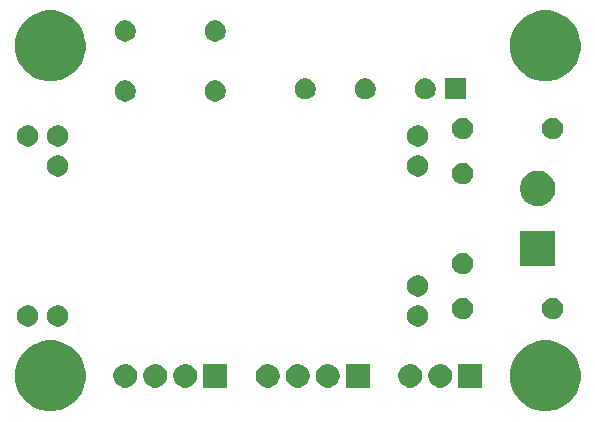
<source format=gbr>
G04 #@! TF.GenerationSoftware,KiCad,Pcbnew,(5.0.1-3-g963ef8bb5)*
G04 #@! TF.CreationDate,2019-06-08T18:57:16-07:00*
G04 #@! TF.ProjectId,board,626F6172642E6B696361645F70636200,rev?*
G04 #@! TF.SameCoordinates,Original*
G04 #@! TF.FileFunction,Soldermask,Bot*
G04 #@! TF.FilePolarity,Negative*
%FSLAX46Y46*%
G04 Gerber Fmt 4.6, Leading zero omitted, Abs format (unit mm)*
G04 Created by KiCad (PCBNEW (5.0.1-3-g963ef8bb5)) date Saturday, June 08, 2019 at 06:57:16 PM*
%MOMM*%
%LPD*%
G01*
G04 APERTURE LIST*
%ADD10C,0.100000*%
G04 APERTURE END LIST*
D10*
G36*
X155621870Y-102486859D02*
X155815068Y-102525288D01*
X156361033Y-102751434D01*
X156849077Y-103077535D01*
X156852392Y-103079750D01*
X157270250Y-103497608D01*
X157270252Y-103497611D01*
X157598566Y-103988967D01*
X157824712Y-104534932D01*
X157940000Y-105114526D01*
X157940000Y-105705474D01*
X157824712Y-106285068D01*
X157598566Y-106831033D01*
X157272465Y-107319077D01*
X157270250Y-107322392D01*
X156852392Y-107740250D01*
X156852389Y-107740252D01*
X156361033Y-108068566D01*
X155815068Y-108294712D01*
X155621870Y-108333141D01*
X155235476Y-108410000D01*
X154644524Y-108410000D01*
X154258130Y-108333141D01*
X154064932Y-108294712D01*
X153518967Y-108068566D01*
X153027611Y-107740252D01*
X153027608Y-107740250D01*
X152609750Y-107322392D01*
X152607535Y-107319077D01*
X152281434Y-106831033D01*
X152055288Y-106285068D01*
X151940000Y-105705474D01*
X151940000Y-105114526D01*
X152055288Y-104534932D01*
X152281434Y-103988967D01*
X152609748Y-103497611D01*
X152609750Y-103497608D01*
X153027608Y-103079750D01*
X153030923Y-103077535D01*
X153518967Y-102751434D01*
X154064932Y-102525288D01*
X154258130Y-102486859D01*
X154644524Y-102410000D01*
X155235476Y-102410000D01*
X155621870Y-102486859D01*
X155621870Y-102486859D01*
G37*
G36*
X113711870Y-102486859D02*
X113905068Y-102525288D01*
X114451033Y-102751434D01*
X114939077Y-103077535D01*
X114942392Y-103079750D01*
X115360250Y-103497608D01*
X115360252Y-103497611D01*
X115688566Y-103988967D01*
X115914712Y-104534932D01*
X116030000Y-105114526D01*
X116030000Y-105705474D01*
X115914712Y-106285068D01*
X115688566Y-106831033D01*
X115362465Y-107319077D01*
X115360250Y-107322392D01*
X114942392Y-107740250D01*
X114942389Y-107740252D01*
X114451033Y-108068566D01*
X113905068Y-108294712D01*
X113711870Y-108333141D01*
X113325476Y-108410000D01*
X112734524Y-108410000D01*
X112348130Y-108333141D01*
X112154932Y-108294712D01*
X111608967Y-108068566D01*
X111117611Y-107740252D01*
X111117608Y-107740250D01*
X110699750Y-107322392D01*
X110697535Y-107319077D01*
X110371434Y-106831033D01*
X110145288Y-106285068D01*
X110030000Y-105705474D01*
X110030000Y-105114526D01*
X110145288Y-104534932D01*
X110371434Y-103988967D01*
X110699748Y-103497611D01*
X110699750Y-103497608D01*
X111117608Y-103079750D01*
X111120923Y-103077535D01*
X111608967Y-102751434D01*
X112154932Y-102525288D01*
X112348130Y-102486859D01*
X112734524Y-102410000D01*
X113325476Y-102410000D01*
X113711870Y-102486859D01*
X113711870Y-102486859D01*
G37*
G36*
X143685770Y-104425372D02*
X143801689Y-104448429D01*
X143983678Y-104523811D01*
X144147463Y-104633249D01*
X144286751Y-104772537D01*
X144396189Y-104936322D01*
X144471571Y-105118311D01*
X144510000Y-105311509D01*
X144510000Y-105508491D01*
X144471571Y-105701689D01*
X144396189Y-105883678D01*
X144286751Y-106047463D01*
X144147463Y-106186751D01*
X143983678Y-106296189D01*
X143801689Y-106371571D01*
X143685770Y-106394628D01*
X143608493Y-106410000D01*
X143411507Y-106410000D01*
X143334230Y-106394628D01*
X143218311Y-106371571D01*
X143036322Y-106296189D01*
X142872537Y-106186751D01*
X142733249Y-106047463D01*
X142623811Y-105883678D01*
X142548429Y-105701689D01*
X142510000Y-105508491D01*
X142510000Y-105311509D01*
X142548429Y-105118311D01*
X142623811Y-104936322D01*
X142733249Y-104772537D01*
X142872537Y-104633249D01*
X143036322Y-104523811D01*
X143218311Y-104448429D01*
X143334230Y-104425372D01*
X143411507Y-104410000D01*
X143608493Y-104410000D01*
X143685770Y-104425372D01*
X143685770Y-104425372D01*
G37*
G36*
X140065000Y-106410000D02*
X138065000Y-106410000D01*
X138065000Y-104410000D01*
X140065000Y-104410000D01*
X140065000Y-106410000D01*
X140065000Y-106410000D01*
G37*
G36*
X136700770Y-104425372D02*
X136816689Y-104448429D01*
X136998678Y-104523811D01*
X137162463Y-104633249D01*
X137301751Y-104772537D01*
X137411189Y-104936322D01*
X137486571Y-105118311D01*
X137525000Y-105311509D01*
X137525000Y-105508491D01*
X137486571Y-105701689D01*
X137411189Y-105883678D01*
X137301751Y-106047463D01*
X137162463Y-106186751D01*
X136998678Y-106296189D01*
X136816689Y-106371571D01*
X136700770Y-106394628D01*
X136623493Y-106410000D01*
X136426507Y-106410000D01*
X136349230Y-106394628D01*
X136233311Y-106371571D01*
X136051322Y-106296189D01*
X135887537Y-106186751D01*
X135748249Y-106047463D01*
X135638811Y-105883678D01*
X135563429Y-105701689D01*
X135525000Y-105508491D01*
X135525000Y-105311509D01*
X135563429Y-105118311D01*
X135638811Y-104936322D01*
X135748249Y-104772537D01*
X135887537Y-104633249D01*
X136051322Y-104523811D01*
X136233311Y-104448429D01*
X136349230Y-104425372D01*
X136426507Y-104410000D01*
X136623493Y-104410000D01*
X136700770Y-104425372D01*
X136700770Y-104425372D01*
G37*
G36*
X134160770Y-104425372D02*
X134276689Y-104448429D01*
X134458678Y-104523811D01*
X134622463Y-104633249D01*
X134761751Y-104772537D01*
X134871189Y-104936322D01*
X134946571Y-105118311D01*
X134985000Y-105311509D01*
X134985000Y-105508491D01*
X134946571Y-105701689D01*
X134871189Y-105883678D01*
X134761751Y-106047463D01*
X134622463Y-106186751D01*
X134458678Y-106296189D01*
X134276689Y-106371571D01*
X134160770Y-106394628D01*
X134083493Y-106410000D01*
X133886507Y-106410000D01*
X133809230Y-106394628D01*
X133693311Y-106371571D01*
X133511322Y-106296189D01*
X133347537Y-106186751D01*
X133208249Y-106047463D01*
X133098811Y-105883678D01*
X133023429Y-105701689D01*
X132985000Y-105508491D01*
X132985000Y-105311509D01*
X133023429Y-105118311D01*
X133098811Y-104936322D01*
X133208249Y-104772537D01*
X133347537Y-104633249D01*
X133511322Y-104523811D01*
X133693311Y-104448429D01*
X133809230Y-104425372D01*
X133886507Y-104410000D01*
X134083493Y-104410000D01*
X134160770Y-104425372D01*
X134160770Y-104425372D01*
G37*
G36*
X131620770Y-104425372D02*
X131736689Y-104448429D01*
X131918678Y-104523811D01*
X132082463Y-104633249D01*
X132221751Y-104772537D01*
X132331189Y-104936322D01*
X132406571Y-105118311D01*
X132445000Y-105311509D01*
X132445000Y-105508491D01*
X132406571Y-105701689D01*
X132331189Y-105883678D01*
X132221751Y-106047463D01*
X132082463Y-106186751D01*
X131918678Y-106296189D01*
X131736689Y-106371571D01*
X131620770Y-106394628D01*
X131543493Y-106410000D01*
X131346507Y-106410000D01*
X131269230Y-106394628D01*
X131153311Y-106371571D01*
X130971322Y-106296189D01*
X130807537Y-106186751D01*
X130668249Y-106047463D01*
X130558811Y-105883678D01*
X130483429Y-105701689D01*
X130445000Y-105508491D01*
X130445000Y-105311509D01*
X130483429Y-105118311D01*
X130558811Y-104936322D01*
X130668249Y-104772537D01*
X130807537Y-104633249D01*
X130971322Y-104523811D01*
X131153311Y-104448429D01*
X131269230Y-104425372D01*
X131346507Y-104410000D01*
X131543493Y-104410000D01*
X131620770Y-104425372D01*
X131620770Y-104425372D01*
G37*
G36*
X128000000Y-106410000D02*
X126000000Y-106410000D01*
X126000000Y-104410000D01*
X128000000Y-104410000D01*
X128000000Y-106410000D01*
X128000000Y-106410000D01*
G37*
G36*
X124635770Y-104425372D02*
X124751689Y-104448429D01*
X124933678Y-104523811D01*
X125097463Y-104633249D01*
X125236751Y-104772537D01*
X125346189Y-104936322D01*
X125421571Y-105118311D01*
X125460000Y-105311509D01*
X125460000Y-105508491D01*
X125421571Y-105701689D01*
X125346189Y-105883678D01*
X125236751Y-106047463D01*
X125097463Y-106186751D01*
X124933678Y-106296189D01*
X124751689Y-106371571D01*
X124635770Y-106394628D01*
X124558493Y-106410000D01*
X124361507Y-106410000D01*
X124284230Y-106394628D01*
X124168311Y-106371571D01*
X123986322Y-106296189D01*
X123822537Y-106186751D01*
X123683249Y-106047463D01*
X123573811Y-105883678D01*
X123498429Y-105701689D01*
X123460000Y-105508491D01*
X123460000Y-105311509D01*
X123498429Y-105118311D01*
X123573811Y-104936322D01*
X123683249Y-104772537D01*
X123822537Y-104633249D01*
X123986322Y-104523811D01*
X124168311Y-104448429D01*
X124284230Y-104425372D01*
X124361507Y-104410000D01*
X124558493Y-104410000D01*
X124635770Y-104425372D01*
X124635770Y-104425372D01*
G37*
G36*
X122095770Y-104425372D02*
X122211689Y-104448429D01*
X122393678Y-104523811D01*
X122557463Y-104633249D01*
X122696751Y-104772537D01*
X122806189Y-104936322D01*
X122881571Y-105118311D01*
X122920000Y-105311509D01*
X122920000Y-105508491D01*
X122881571Y-105701689D01*
X122806189Y-105883678D01*
X122696751Y-106047463D01*
X122557463Y-106186751D01*
X122393678Y-106296189D01*
X122211689Y-106371571D01*
X122095770Y-106394628D01*
X122018493Y-106410000D01*
X121821507Y-106410000D01*
X121744230Y-106394628D01*
X121628311Y-106371571D01*
X121446322Y-106296189D01*
X121282537Y-106186751D01*
X121143249Y-106047463D01*
X121033811Y-105883678D01*
X120958429Y-105701689D01*
X120920000Y-105508491D01*
X120920000Y-105311509D01*
X120958429Y-105118311D01*
X121033811Y-104936322D01*
X121143249Y-104772537D01*
X121282537Y-104633249D01*
X121446322Y-104523811D01*
X121628311Y-104448429D01*
X121744230Y-104425372D01*
X121821507Y-104410000D01*
X122018493Y-104410000D01*
X122095770Y-104425372D01*
X122095770Y-104425372D01*
G37*
G36*
X119555770Y-104425372D02*
X119671689Y-104448429D01*
X119853678Y-104523811D01*
X120017463Y-104633249D01*
X120156751Y-104772537D01*
X120266189Y-104936322D01*
X120341571Y-105118311D01*
X120380000Y-105311509D01*
X120380000Y-105508491D01*
X120341571Y-105701689D01*
X120266189Y-105883678D01*
X120156751Y-106047463D01*
X120017463Y-106186751D01*
X119853678Y-106296189D01*
X119671689Y-106371571D01*
X119555770Y-106394628D01*
X119478493Y-106410000D01*
X119281507Y-106410000D01*
X119204230Y-106394628D01*
X119088311Y-106371571D01*
X118906322Y-106296189D01*
X118742537Y-106186751D01*
X118603249Y-106047463D01*
X118493811Y-105883678D01*
X118418429Y-105701689D01*
X118380000Y-105508491D01*
X118380000Y-105311509D01*
X118418429Y-105118311D01*
X118493811Y-104936322D01*
X118603249Y-104772537D01*
X118742537Y-104633249D01*
X118906322Y-104523811D01*
X119088311Y-104448429D01*
X119204230Y-104425372D01*
X119281507Y-104410000D01*
X119478493Y-104410000D01*
X119555770Y-104425372D01*
X119555770Y-104425372D01*
G37*
G36*
X146225770Y-104425372D02*
X146341689Y-104448429D01*
X146523678Y-104523811D01*
X146687463Y-104633249D01*
X146826751Y-104772537D01*
X146936189Y-104936322D01*
X147011571Y-105118311D01*
X147050000Y-105311509D01*
X147050000Y-105508491D01*
X147011571Y-105701689D01*
X146936189Y-105883678D01*
X146826751Y-106047463D01*
X146687463Y-106186751D01*
X146523678Y-106296189D01*
X146341689Y-106371571D01*
X146225770Y-106394628D01*
X146148493Y-106410000D01*
X145951507Y-106410000D01*
X145874230Y-106394628D01*
X145758311Y-106371571D01*
X145576322Y-106296189D01*
X145412537Y-106186751D01*
X145273249Y-106047463D01*
X145163811Y-105883678D01*
X145088429Y-105701689D01*
X145050000Y-105508491D01*
X145050000Y-105311509D01*
X145088429Y-105118311D01*
X145163811Y-104936322D01*
X145273249Y-104772537D01*
X145412537Y-104633249D01*
X145576322Y-104523811D01*
X145758311Y-104448429D01*
X145874230Y-104425372D01*
X145951507Y-104410000D01*
X146148493Y-104410000D01*
X146225770Y-104425372D01*
X146225770Y-104425372D01*
G37*
G36*
X149590000Y-106410000D02*
X147590000Y-106410000D01*
X147590000Y-104410000D01*
X149590000Y-104410000D01*
X149590000Y-106410000D01*
X149590000Y-106410000D01*
G37*
G36*
X111387521Y-99464586D02*
X111551309Y-99532429D01*
X111698720Y-99630926D01*
X111824074Y-99756280D01*
X111922571Y-99903691D01*
X111990414Y-100067479D01*
X112025000Y-100241356D01*
X112025000Y-100418644D01*
X111990414Y-100592521D01*
X111922571Y-100756309D01*
X111824074Y-100903720D01*
X111698720Y-101029074D01*
X111551309Y-101127571D01*
X111387521Y-101195414D01*
X111213644Y-101230000D01*
X111036356Y-101230000D01*
X110862479Y-101195414D01*
X110698691Y-101127571D01*
X110551280Y-101029074D01*
X110425926Y-100903720D01*
X110327429Y-100756309D01*
X110259586Y-100592521D01*
X110225000Y-100418644D01*
X110225000Y-100241356D01*
X110259586Y-100067479D01*
X110327429Y-99903691D01*
X110425926Y-99756280D01*
X110551280Y-99630926D01*
X110698691Y-99532429D01*
X110862479Y-99464586D01*
X111036356Y-99430000D01*
X111213644Y-99430000D01*
X111387521Y-99464586D01*
X111387521Y-99464586D01*
G37*
G36*
X144407521Y-99464586D02*
X144571309Y-99532429D01*
X144718720Y-99630926D01*
X144844074Y-99756280D01*
X144942571Y-99903691D01*
X145010414Y-100067479D01*
X145045000Y-100241356D01*
X145045000Y-100418644D01*
X145010414Y-100592521D01*
X144942571Y-100756309D01*
X144844074Y-100903720D01*
X144718720Y-101029074D01*
X144571309Y-101127571D01*
X144407521Y-101195414D01*
X144233644Y-101230000D01*
X144056356Y-101230000D01*
X143882479Y-101195414D01*
X143718691Y-101127571D01*
X143571280Y-101029074D01*
X143445926Y-100903720D01*
X143347429Y-100756309D01*
X143279586Y-100592521D01*
X143245000Y-100418644D01*
X143245000Y-100241356D01*
X143279586Y-100067479D01*
X143347429Y-99903691D01*
X143445926Y-99756280D01*
X143571280Y-99630926D01*
X143718691Y-99532429D01*
X143882479Y-99464586D01*
X144056356Y-99430000D01*
X144233644Y-99430000D01*
X144407521Y-99464586D01*
X144407521Y-99464586D01*
G37*
G36*
X113927521Y-99464586D02*
X114091309Y-99532429D01*
X114238720Y-99630926D01*
X114364074Y-99756280D01*
X114462571Y-99903691D01*
X114530414Y-100067479D01*
X114565000Y-100241356D01*
X114565000Y-100418644D01*
X114530414Y-100592521D01*
X114462571Y-100756309D01*
X114364074Y-100903720D01*
X114238720Y-101029074D01*
X114091309Y-101127571D01*
X113927521Y-101195414D01*
X113753644Y-101230000D01*
X113576356Y-101230000D01*
X113402479Y-101195414D01*
X113238691Y-101127571D01*
X113091280Y-101029074D01*
X112965926Y-100903720D01*
X112867429Y-100756309D01*
X112799586Y-100592521D01*
X112765000Y-100418644D01*
X112765000Y-100241356D01*
X112799586Y-100067479D01*
X112867429Y-99903691D01*
X112965926Y-99756280D01*
X113091280Y-99630926D01*
X113238691Y-99532429D01*
X113402479Y-99464586D01*
X113576356Y-99430000D01*
X113753644Y-99430000D01*
X113927521Y-99464586D01*
X113927521Y-99464586D01*
G37*
G36*
X155837521Y-98829586D02*
X156001309Y-98897429D01*
X156148720Y-98995926D01*
X156274074Y-99121280D01*
X156372571Y-99268691D01*
X156440414Y-99432479D01*
X156475000Y-99606356D01*
X156475000Y-99783644D01*
X156440414Y-99957521D01*
X156372571Y-100121309D01*
X156274074Y-100268720D01*
X156148720Y-100394074D01*
X156001309Y-100492571D01*
X155837521Y-100560414D01*
X155663644Y-100595000D01*
X155486356Y-100595000D01*
X155312479Y-100560414D01*
X155148691Y-100492571D01*
X155001280Y-100394074D01*
X154875926Y-100268720D01*
X154777429Y-100121309D01*
X154709586Y-99957521D01*
X154675000Y-99783644D01*
X154675000Y-99606356D01*
X154709586Y-99432479D01*
X154777429Y-99268691D01*
X154875926Y-99121280D01*
X155001280Y-98995926D01*
X155148691Y-98897429D01*
X155312479Y-98829586D01*
X155486356Y-98795000D01*
X155663644Y-98795000D01*
X155837521Y-98829586D01*
X155837521Y-98829586D01*
G37*
G36*
X148217521Y-98829586D02*
X148381309Y-98897429D01*
X148528720Y-98995926D01*
X148654074Y-99121280D01*
X148752571Y-99268691D01*
X148820414Y-99432479D01*
X148855000Y-99606356D01*
X148855000Y-99783644D01*
X148820414Y-99957521D01*
X148752571Y-100121309D01*
X148654074Y-100268720D01*
X148528720Y-100394074D01*
X148381309Y-100492571D01*
X148217521Y-100560414D01*
X148043644Y-100595000D01*
X147866356Y-100595000D01*
X147692479Y-100560414D01*
X147528691Y-100492571D01*
X147381280Y-100394074D01*
X147255926Y-100268720D01*
X147157429Y-100121309D01*
X147089586Y-99957521D01*
X147055000Y-99783644D01*
X147055000Y-99606356D01*
X147089586Y-99432479D01*
X147157429Y-99268691D01*
X147255926Y-99121280D01*
X147381280Y-98995926D01*
X147528691Y-98897429D01*
X147692479Y-98829586D01*
X147866356Y-98795000D01*
X148043644Y-98795000D01*
X148217521Y-98829586D01*
X148217521Y-98829586D01*
G37*
G36*
X144407521Y-96924586D02*
X144571309Y-96992429D01*
X144718720Y-97090926D01*
X144844074Y-97216280D01*
X144942571Y-97363691D01*
X145010414Y-97527479D01*
X145045000Y-97701356D01*
X145045000Y-97878644D01*
X145010414Y-98052521D01*
X144942571Y-98216309D01*
X144844074Y-98363720D01*
X144718720Y-98489074D01*
X144571309Y-98587571D01*
X144407521Y-98655414D01*
X144233644Y-98690000D01*
X144056356Y-98690000D01*
X143882479Y-98655414D01*
X143718691Y-98587571D01*
X143571280Y-98489074D01*
X143445926Y-98363720D01*
X143347429Y-98216309D01*
X143279586Y-98052521D01*
X143245000Y-97878644D01*
X143245000Y-97701356D01*
X143279586Y-97527479D01*
X143347429Y-97363691D01*
X143445926Y-97216280D01*
X143571280Y-97090926D01*
X143718691Y-96992429D01*
X143882479Y-96924586D01*
X144056356Y-96890000D01*
X144233644Y-96890000D01*
X144407521Y-96924586D01*
X144407521Y-96924586D01*
G37*
G36*
X148217521Y-95019586D02*
X148381309Y-95087429D01*
X148528720Y-95185926D01*
X148654074Y-95311280D01*
X148752571Y-95458691D01*
X148820414Y-95622479D01*
X148855000Y-95796356D01*
X148855000Y-95973644D01*
X148820414Y-96147521D01*
X148752571Y-96311309D01*
X148654074Y-96458720D01*
X148528720Y-96584074D01*
X148381309Y-96682571D01*
X148217521Y-96750414D01*
X148043644Y-96785000D01*
X147866356Y-96785000D01*
X147692479Y-96750414D01*
X147528691Y-96682571D01*
X147381280Y-96584074D01*
X147255926Y-96458720D01*
X147157429Y-96311309D01*
X147089586Y-96147521D01*
X147055000Y-95973644D01*
X147055000Y-95796356D01*
X147089586Y-95622479D01*
X147157429Y-95458691D01*
X147255926Y-95311280D01*
X147381280Y-95185926D01*
X147528691Y-95087429D01*
X147692479Y-95019586D01*
X147866356Y-94985000D01*
X148043644Y-94985000D01*
X148217521Y-95019586D01*
X148217521Y-95019586D01*
G37*
G36*
X155805000Y-96115000D02*
X152805000Y-96115000D01*
X152805000Y-93115000D01*
X155805000Y-93115000D01*
X155805000Y-96115000D01*
X155805000Y-96115000D01*
G37*
G36*
X154645935Y-88073429D02*
X154742534Y-88092644D01*
X155015517Y-88205717D01*
X155200133Y-88329074D01*
X155261197Y-88369876D01*
X155470124Y-88578803D01*
X155470126Y-88578806D01*
X155634283Y-88824483D01*
X155732902Y-89062570D01*
X155747356Y-89097467D01*
X155805000Y-89387261D01*
X155805000Y-89682739D01*
X155747356Y-89972533D01*
X155634284Y-90245515D01*
X155470124Y-90491197D01*
X155261197Y-90700124D01*
X155261194Y-90700126D01*
X155015517Y-90864283D01*
X154742534Y-90977356D01*
X154645935Y-90996571D01*
X154452739Y-91035000D01*
X154157261Y-91035000D01*
X153964065Y-90996571D01*
X153867466Y-90977356D01*
X153594483Y-90864283D01*
X153348806Y-90700126D01*
X153348803Y-90700124D01*
X153139876Y-90491197D01*
X152975716Y-90245515D01*
X152862644Y-89972533D01*
X152805000Y-89682739D01*
X152805000Y-89387261D01*
X152862644Y-89097467D01*
X152877099Y-89062570D01*
X152975717Y-88824483D01*
X153139874Y-88578806D01*
X153139876Y-88578803D01*
X153348803Y-88369876D01*
X153409867Y-88329074D01*
X153594483Y-88205717D01*
X153867466Y-88092644D01*
X153964065Y-88073429D01*
X154157261Y-88035000D01*
X154452739Y-88035000D01*
X154645935Y-88073429D01*
X154645935Y-88073429D01*
G37*
G36*
X148217521Y-87399586D02*
X148381309Y-87467429D01*
X148528720Y-87565926D01*
X148654074Y-87691280D01*
X148752571Y-87838691D01*
X148820414Y-88002479D01*
X148855000Y-88176356D01*
X148855000Y-88353644D01*
X148820414Y-88527521D01*
X148752571Y-88691309D01*
X148654074Y-88838720D01*
X148528720Y-88964074D01*
X148381309Y-89062571D01*
X148217521Y-89130414D01*
X148043644Y-89165000D01*
X147866356Y-89165000D01*
X147692479Y-89130414D01*
X147528691Y-89062571D01*
X147381280Y-88964074D01*
X147255926Y-88838720D01*
X147157429Y-88691309D01*
X147089586Y-88527521D01*
X147055000Y-88353644D01*
X147055000Y-88176356D01*
X147089586Y-88002479D01*
X147157429Y-87838691D01*
X147255926Y-87691280D01*
X147381280Y-87565926D01*
X147528691Y-87467429D01*
X147692479Y-87399586D01*
X147866356Y-87365000D01*
X148043644Y-87365000D01*
X148217521Y-87399586D01*
X148217521Y-87399586D01*
G37*
G36*
X113927521Y-86764586D02*
X114091309Y-86832429D01*
X114238720Y-86930926D01*
X114364074Y-87056280D01*
X114462571Y-87203691D01*
X114530414Y-87367479D01*
X114565000Y-87541356D01*
X114565000Y-87718644D01*
X114530414Y-87892521D01*
X114462571Y-88056309D01*
X114364074Y-88203720D01*
X114238720Y-88329074D01*
X114091309Y-88427571D01*
X113927521Y-88495414D01*
X113753644Y-88530000D01*
X113576356Y-88530000D01*
X113402479Y-88495414D01*
X113238691Y-88427571D01*
X113091280Y-88329074D01*
X112965926Y-88203720D01*
X112867429Y-88056309D01*
X112799586Y-87892521D01*
X112765000Y-87718644D01*
X112765000Y-87541356D01*
X112799586Y-87367479D01*
X112867429Y-87203691D01*
X112965926Y-87056280D01*
X113091280Y-86930926D01*
X113238691Y-86832429D01*
X113402479Y-86764586D01*
X113576356Y-86730000D01*
X113753644Y-86730000D01*
X113927521Y-86764586D01*
X113927521Y-86764586D01*
G37*
G36*
X144407521Y-86764586D02*
X144571309Y-86832429D01*
X144718720Y-86930926D01*
X144844074Y-87056280D01*
X144942571Y-87203691D01*
X145010414Y-87367479D01*
X145045000Y-87541356D01*
X145045000Y-87718644D01*
X145010414Y-87892521D01*
X144942571Y-88056309D01*
X144844074Y-88203720D01*
X144718720Y-88329074D01*
X144571309Y-88427571D01*
X144407521Y-88495414D01*
X144233644Y-88530000D01*
X144056356Y-88530000D01*
X143882479Y-88495414D01*
X143718691Y-88427571D01*
X143571280Y-88329074D01*
X143445926Y-88203720D01*
X143347429Y-88056309D01*
X143279586Y-87892521D01*
X143245000Y-87718644D01*
X143245000Y-87541356D01*
X143279586Y-87367479D01*
X143347429Y-87203691D01*
X143445926Y-87056280D01*
X143571280Y-86930926D01*
X143718691Y-86832429D01*
X143882479Y-86764586D01*
X144056356Y-86730000D01*
X144233644Y-86730000D01*
X144407521Y-86764586D01*
X144407521Y-86764586D01*
G37*
G36*
X111387521Y-84224586D02*
X111551309Y-84292429D01*
X111698720Y-84390926D01*
X111824074Y-84516280D01*
X111922571Y-84663691D01*
X111990414Y-84827479D01*
X112025000Y-85001356D01*
X112025000Y-85178644D01*
X111990414Y-85352521D01*
X111922571Y-85516309D01*
X111824074Y-85663720D01*
X111698720Y-85789074D01*
X111551309Y-85887571D01*
X111387521Y-85955414D01*
X111213644Y-85990000D01*
X111036356Y-85990000D01*
X110862479Y-85955414D01*
X110698691Y-85887571D01*
X110551280Y-85789074D01*
X110425926Y-85663720D01*
X110327429Y-85516309D01*
X110259586Y-85352521D01*
X110225000Y-85178644D01*
X110225000Y-85001356D01*
X110259586Y-84827479D01*
X110327429Y-84663691D01*
X110425926Y-84516280D01*
X110551280Y-84390926D01*
X110698691Y-84292429D01*
X110862479Y-84224586D01*
X111036356Y-84190000D01*
X111213644Y-84190000D01*
X111387521Y-84224586D01*
X111387521Y-84224586D01*
G37*
G36*
X113927521Y-84224586D02*
X114091309Y-84292429D01*
X114238720Y-84390926D01*
X114364074Y-84516280D01*
X114462571Y-84663691D01*
X114530414Y-84827479D01*
X114565000Y-85001356D01*
X114565000Y-85178644D01*
X114530414Y-85352521D01*
X114462571Y-85516309D01*
X114364074Y-85663720D01*
X114238720Y-85789074D01*
X114091309Y-85887571D01*
X113927521Y-85955414D01*
X113753644Y-85990000D01*
X113576356Y-85990000D01*
X113402479Y-85955414D01*
X113238691Y-85887571D01*
X113091280Y-85789074D01*
X112965926Y-85663720D01*
X112867429Y-85516309D01*
X112799586Y-85352521D01*
X112765000Y-85178644D01*
X112765000Y-85001356D01*
X112799586Y-84827479D01*
X112867429Y-84663691D01*
X112965926Y-84516280D01*
X113091280Y-84390926D01*
X113238691Y-84292429D01*
X113402479Y-84224586D01*
X113576356Y-84190000D01*
X113753644Y-84190000D01*
X113927521Y-84224586D01*
X113927521Y-84224586D01*
G37*
G36*
X144407521Y-84224586D02*
X144571309Y-84292429D01*
X144718720Y-84390926D01*
X144844074Y-84516280D01*
X144942571Y-84663691D01*
X145010414Y-84827479D01*
X145045000Y-85001356D01*
X145045000Y-85178644D01*
X145010414Y-85352521D01*
X144942571Y-85516309D01*
X144844074Y-85663720D01*
X144718720Y-85789074D01*
X144571309Y-85887571D01*
X144407521Y-85955414D01*
X144233644Y-85990000D01*
X144056356Y-85990000D01*
X143882479Y-85955414D01*
X143718691Y-85887571D01*
X143571280Y-85789074D01*
X143445926Y-85663720D01*
X143347429Y-85516309D01*
X143279586Y-85352521D01*
X143245000Y-85178644D01*
X143245000Y-85001356D01*
X143279586Y-84827479D01*
X143347429Y-84663691D01*
X143445926Y-84516280D01*
X143571280Y-84390926D01*
X143718691Y-84292429D01*
X143882479Y-84224586D01*
X144056356Y-84190000D01*
X144233644Y-84190000D01*
X144407521Y-84224586D01*
X144407521Y-84224586D01*
G37*
G36*
X148217521Y-83589586D02*
X148381309Y-83657429D01*
X148528720Y-83755926D01*
X148654074Y-83881280D01*
X148752571Y-84028691D01*
X148820414Y-84192479D01*
X148855000Y-84366356D01*
X148855000Y-84543644D01*
X148820414Y-84717521D01*
X148752571Y-84881309D01*
X148654074Y-85028720D01*
X148528720Y-85154074D01*
X148381309Y-85252571D01*
X148217521Y-85320414D01*
X148043644Y-85355000D01*
X147866356Y-85355000D01*
X147692479Y-85320414D01*
X147528691Y-85252571D01*
X147381280Y-85154074D01*
X147255926Y-85028720D01*
X147157429Y-84881309D01*
X147089586Y-84717521D01*
X147055000Y-84543644D01*
X147055000Y-84366356D01*
X147089586Y-84192479D01*
X147157429Y-84028691D01*
X147255926Y-83881280D01*
X147381280Y-83755926D01*
X147528691Y-83657429D01*
X147692479Y-83589586D01*
X147866356Y-83555000D01*
X148043644Y-83555000D01*
X148217521Y-83589586D01*
X148217521Y-83589586D01*
G37*
G36*
X155837521Y-83589586D02*
X156001309Y-83657429D01*
X156148720Y-83755926D01*
X156274074Y-83881280D01*
X156372571Y-84028691D01*
X156440414Y-84192479D01*
X156475000Y-84366356D01*
X156475000Y-84543644D01*
X156440414Y-84717521D01*
X156372571Y-84881309D01*
X156274074Y-85028720D01*
X156148720Y-85154074D01*
X156001309Y-85252571D01*
X155837521Y-85320414D01*
X155663644Y-85355000D01*
X155486356Y-85355000D01*
X155312479Y-85320414D01*
X155148691Y-85252571D01*
X155001280Y-85154074D01*
X154875926Y-85028720D01*
X154777429Y-84881309D01*
X154709586Y-84717521D01*
X154675000Y-84543644D01*
X154675000Y-84366356D01*
X154709586Y-84192479D01*
X154777429Y-84028691D01*
X154875926Y-83881280D01*
X155001280Y-83755926D01*
X155148691Y-83657429D01*
X155312479Y-83589586D01*
X155486356Y-83555000D01*
X155663644Y-83555000D01*
X155837521Y-83589586D01*
X155837521Y-83589586D01*
G37*
G36*
X119642521Y-80414586D02*
X119806309Y-80482429D01*
X119953720Y-80580926D01*
X120079074Y-80706280D01*
X120177571Y-80853691D01*
X120245414Y-81017479D01*
X120280000Y-81191356D01*
X120280000Y-81368644D01*
X120245414Y-81542521D01*
X120177571Y-81706309D01*
X120079074Y-81853720D01*
X119953720Y-81979074D01*
X119806309Y-82077571D01*
X119642521Y-82145414D01*
X119468644Y-82180000D01*
X119291356Y-82180000D01*
X119117479Y-82145414D01*
X118953691Y-82077571D01*
X118806280Y-81979074D01*
X118680926Y-81853720D01*
X118582429Y-81706309D01*
X118514586Y-81542521D01*
X118480000Y-81368644D01*
X118480000Y-81191356D01*
X118514586Y-81017479D01*
X118582429Y-80853691D01*
X118680926Y-80706280D01*
X118806280Y-80580926D01*
X118953691Y-80482429D01*
X119117479Y-80414586D01*
X119291356Y-80380000D01*
X119468644Y-80380000D01*
X119642521Y-80414586D01*
X119642521Y-80414586D01*
G37*
G36*
X127262521Y-80414586D02*
X127426309Y-80482429D01*
X127573720Y-80580926D01*
X127699074Y-80706280D01*
X127797571Y-80853691D01*
X127865414Y-81017479D01*
X127900000Y-81191356D01*
X127900000Y-81368644D01*
X127865414Y-81542521D01*
X127797571Y-81706309D01*
X127699074Y-81853720D01*
X127573720Y-81979074D01*
X127426309Y-82077571D01*
X127262521Y-82145414D01*
X127088644Y-82180000D01*
X126911356Y-82180000D01*
X126737479Y-82145414D01*
X126573691Y-82077571D01*
X126426280Y-81979074D01*
X126300926Y-81853720D01*
X126202429Y-81706309D01*
X126134586Y-81542521D01*
X126100000Y-81368644D01*
X126100000Y-81191356D01*
X126134586Y-81017479D01*
X126202429Y-80853691D01*
X126300926Y-80706280D01*
X126426280Y-80580926D01*
X126573691Y-80482429D01*
X126737479Y-80414586D01*
X126911356Y-80380000D01*
X127088644Y-80380000D01*
X127262521Y-80414586D01*
X127262521Y-80414586D01*
G37*
G36*
X134882521Y-80234586D02*
X135046309Y-80302429D01*
X135193720Y-80400926D01*
X135319074Y-80526280D01*
X135417571Y-80673691D01*
X135485414Y-80837479D01*
X135520000Y-81011356D01*
X135520000Y-81188644D01*
X135485414Y-81362521D01*
X135417571Y-81526309D01*
X135319074Y-81673720D01*
X135193720Y-81799074D01*
X135046309Y-81897571D01*
X134882521Y-81965414D01*
X134708644Y-82000000D01*
X134531356Y-82000000D01*
X134357479Y-81965414D01*
X134193691Y-81897571D01*
X134046280Y-81799074D01*
X133920926Y-81673720D01*
X133822429Y-81526309D01*
X133754586Y-81362521D01*
X133720000Y-81188644D01*
X133720000Y-81011356D01*
X133754586Y-80837479D01*
X133822429Y-80673691D01*
X133920926Y-80526280D01*
X134046280Y-80400926D01*
X134193691Y-80302429D01*
X134357479Y-80234586D01*
X134531356Y-80200000D01*
X134708644Y-80200000D01*
X134882521Y-80234586D01*
X134882521Y-80234586D01*
G37*
G36*
X145042521Y-80234586D02*
X145206309Y-80302429D01*
X145353720Y-80400926D01*
X145479074Y-80526280D01*
X145577571Y-80673691D01*
X145645414Y-80837479D01*
X145680000Y-81011356D01*
X145680000Y-81188644D01*
X145645414Y-81362521D01*
X145577571Y-81526309D01*
X145479074Y-81673720D01*
X145353720Y-81799074D01*
X145206309Y-81897571D01*
X145042521Y-81965414D01*
X144868644Y-82000000D01*
X144691356Y-82000000D01*
X144517479Y-81965414D01*
X144353691Y-81897571D01*
X144206280Y-81799074D01*
X144080926Y-81673720D01*
X143982429Y-81526309D01*
X143914586Y-81362521D01*
X143880000Y-81188644D01*
X143880000Y-81011356D01*
X143914586Y-80837479D01*
X143982429Y-80673691D01*
X144080926Y-80526280D01*
X144206280Y-80400926D01*
X144353691Y-80302429D01*
X144517479Y-80234586D01*
X144691356Y-80200000D01*
X144868644Y-80200000D01*
X145042521Y-80234586D01*
X145042521Y-80234586D01*
G37*
G36*
X148220000Y-82000000D02*
X146420000Y-82000000D01*
X146420000Y-80200000D01*
X148220000Y-80200000D01*
X148220000Y-82000000D01*
X148220000Y-82000000D01*
G37*
G36*
X139962521Y-80234586D02*
X140126309Y-80302429D01*
X140273720Y-80400926D01*
X140399074Y-80526280D01*
X140497571Y-80673691D01*
X140565414Y-80837479D01*
X140600000Y-81011356D01*
X140600000Y-81188644D01*
X140565414Y-81362521D01*
X140497571Y-81526309D01*
X140399074Y-81673720D01*
X140273720Y-81799074D01*
X140126309Y-81897571D01*
X139962521Y-81965414D01*
X139788644Y-82000000D01*
X139611356Y-82000000D01*
X139437479Y-81965414D01*
X139273691Y-81897571D01*
X139126280Y-81799074D01*
X139000926Y-81673720D01*
X138902429Y-81526309D01*
X138834586Y-81362521D01*
X138800000Y-81188644D01*
X138800000Y-81011356D01*
X138834586Y-80837479D01*
X138902429Y-80673691D01*
X139000926Y-80526280D01*
X139126280Y-80400926D01*
X139273691Y-80302429D01*
X139437479Y-80234586D01*
X139611356Y-80200000D01*
X139788644Y-80200000D01*
X139962521Y-80234586D01*
X139962521Y-80234586D01*
G37*
G36*
X113711870Y-74546859D02*
X113905068Y-74585288D01*
X114451033Y-74811434D01*
X114939077Y-75137535D01*
X114942392Y-75139750D01*
X115360250Y-75557608D01*
X115360252Y-75557611D01*
X115688566Y-76048967D01*
X115914712Y-76594932D01*
X115914712Y-76594933D01*
X116008297Y-77065414D01*
X116030000Y-77174526D01*
X116030000Y-77765474D01*
X115914712Y-78345068D01*
X115688566Y-78891033D01*
X115362465Y-79379077D01*
X115360250Y-79382392D01*
X114942392Y-79800250D01*
X114942389Y-79800252D01*
X114451033Y-80128566D01*
X113905068Y-80354712D01*
X113777936Y-80380000D01*
X113325476Y-80470000D01*
X112734524Y-80470000D01*
X112282064Y-80380000D01*
X112154932Y-80354712D01*
X111608967Y-80128566D01*
X111117611Y-79800252D01*
X111117608Y-79800250D01*
X110699750Y-79382392D01*
X110697535Y-79379077D01*
X110371434Y-78891033D01*
X110145288Y-78345068D01*
X110030000Y-77765474D01*
X110030000Y-77174526D01*
X110051704Y-77065414D01*
X110145288Y-76594933D01*
X110145288Y-76594932D01*
X110371434Y-76048967D01*
X110699748Y-75557611D01*
X110699750Y-75557608D01*
X111117608Y-75139750D01*
X111120923Y-75137535D01*
X111608967Y-74811434D01*
X112154932Y-74585288D01*
X112348130Y-74546859D01*
X112734524Y-74470000D01*
X113325476Y-74470000D01*
X113711870Y-74546859D01*
X113711870Y-74546859D01*
G37*
G36*
X155621870Y-74546859D02*
X155815068Y-74585288D01*
X156361033Y-74811434D01*
X156849077Y-75137535D01*
X156852392Y-75139750D01*
X157270250Y-75557608D01*
X157270252Y-75557611D01*
X157598566Y-76048967D01*
X157824712Y-76594932D01*
X157824712Y-76594933D01*
X157918297Y-77065414D01*
X157940000Y-77174526D01*
X157940000Y-77765474D01*
X157824712Y-78345068D01*
X157598566Y-78891033D01*
X157272465Y-79379077D01*
X157270250Y-79382392D01*
X156852392Y-79800250D01*
X156852389Y-79800252D01*
X156361033Y-80128566D01*
X155815068Y-80354712D01*
X155687936Y-80380000D01*
X155235476Y-80470000D01*
X154644524Y-80470000D01*
X154192064Y-80380000D01*
X154064932Y-80354712D01*
X153518967Y-80128566D01*
X153027611Y-79800252D01*
X153027608Y-79800250D01*
X152609750Y-79382392D01*
X152607535Y-79379077D01*
X152281434Y-78891033D01*
X152055288Y-78345068D01*
X151940000Y-77765474D01*
X151940000Y-77174526D01*
X151961704Y-77065414D01*
X152055288Y-76594933D01*
X152055288Y-76594932D01*
X152281434Y-76048967D01*
X152609748Y-75557611D01*
X152609750Y-75557608D01*
X153027608Y-75139750D01*
X153030923Y-75137535D01*
X153518967Y-74811434D01*
X154064932Y-74585288D01*
X154258130Y-74546859D01*
X154644524Y-74470000D01*
X155235476Y-74470000D01*
X155621870Y-74546859D01*
X155621870Y-74546859D01*
G37*
G36*
X119642521Y-75334586D02*
X119806309Y-75402429D01*
X119953720Y-75500926D01*
X120079074Y-75626280D01*
X120177571Y-75773691D01*
X120245414Y-75937479D01*
X120280000Y-76111356D01*
X120280000Y-76288644D01*
X120245414Y-76462521D01*
X120177571Y-76626309D01*
X120079074Y-76773720D01*
X119953720Y-76899074D01*
X119806309Y-76997571D01*
X119642521Y-77065414D01*
X119468644Y-77100000D01*
X119291356Y-77100000D01*
X119117479Y-77065414D01*
X118953691Y-76997571D01*
X118806280Y-76899074D01*
X118680926Y-76773720D01*
X118582429Y-76626309D01*
X118514586Y-76462521D01*
X118480000Y-76288644D01*
X118480000Y-76111356D01*
X118514586Y-75937479D01*
X118582429Y-75773691D01*
X118680926Y-75626280D01*
X118806280Y-75500926D01*
X118953691Y-75402429D01*
X119117479Y-75334586D01*
X119291356Y-75300000D01*
X119468644Y-75300000D01*
X119642521Y-75334586D01*
X119642521Y-75334586D01*
G37*
G36*
X127262521Y-75334586D02*
X127426309Y-75402429D01*
X127573720Y-75500926D01*
X127699074Y-75626280D01*
X127797571Y-75773691D01*
X127865414Y-75937479D01*
X127900000Y-76111356D01*
X127900000Y-76288644D01*
X127865414Y-76462521D01*
X127797571Y-76626309D01*
X127699074Y-76773720D01*
X127573720Y-76899074D01*
X127426309Y-76997571D01*
X127262521Y-77065414D01*
X127088644Y-77100000D01*
X126911356Y-77100000D01*
X126737479Y-77065414D01*
X126573691Y-76997571D01*
X126426280Y-76899074D01*
X126300926Y-76773720D01*
X126202429Y-76626309D01*
X126134586Y-76462521D01*
X126100000Y-76288644D01*
X126100000Y-76111356D01*
X126134586Y-75937479D01*
X126202429Y-75773691D01*
X126300926Y-75626280D01*
X126426280Y-75500926D01*
X126573691Y-75402429D01*
X126737479Y-75334586D01*
X126911356Y-75300000D01*
X127088644Y-75300000D01*
X127262521Y-75334586D01*
X127262521Y-75334586D01*
G37*
M02*

</source>
